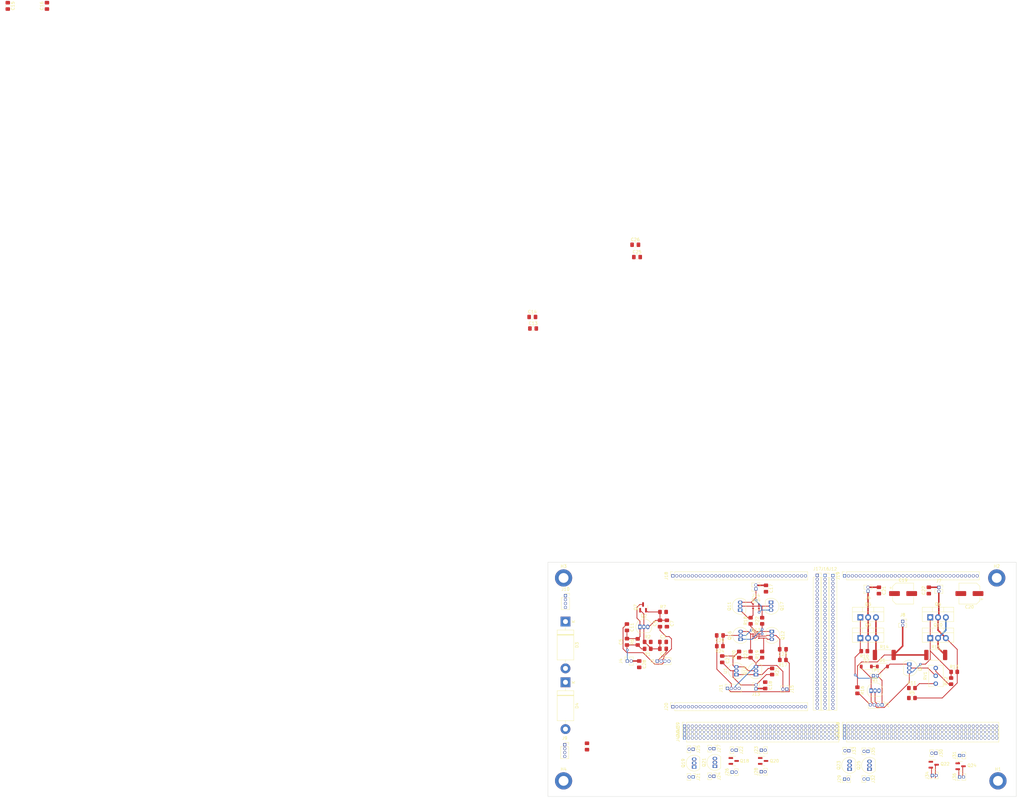
<source format=kicad_pcb>
(kicad_pcb (version 20221018) (generator pcbnew)
  (layers (0 "F.Cu" signal) (31 "B.Cu" signal) (34 "B.Paste" user) (35 "F.Paste" user) (36 "B.SilkS" user "B.Silkscreen") (37 "F.SilkS" user "F.Silkscreen") (38 "B.Mask" user) (39 "F.Mask" user) (44 "Edge.Cuts" user))
  (net 0 "")
  (net 1 "Net-(J1-Pin_1)")
  (net 2 "Net-(Q2-B)")
  (net 3 "GND")
  (net 4 "Net-(Q10-D)")
  (net 5 "Net-(J6-Pin_1)")
  (net 6 "Net-(Q2-C)")
  (net 7 "Net-(J1-Pin_2)")
  (net 8 "Net-(J1-Pin_3)")
  (net 9 "+12V")
  (net 10 "-12V")
  (net 11 "Net-(J4-Pin_1)")
  (net 12 "Net-(J11-Pin_1)")
  (net 13 "Net-(Q12-B)")
  (net 14 "Net-(J13-Pin_2)")
  (net 15 "Net-(Q15-B)")
  (net 16 "Net-(Q13A-B1)")
  (net 17 "Net-(D1-K)")
  (net 18 "Net-(D1-A)")
  (net 19 "Net-(D2-K)")
  (net 20 "Net-(J7-Pin_2)")
  (net 22 "Net-(J11-Pin_3)")
  (net 24 "Net-(J3-Pin_4)")
  (net 26 "Net-(J14-Pin_1)")
  (net 28 "Net-(J8-Pin_2)")
  (net 29 "Net-(J18-Pin_1)")
  (net 30 "Net-(J20-Pin_1)")
  (net 31 "Net-(J21-Pin_1)")
  (net 32 "Net-(J11-Pin_2)")
  (net 33 "Net-(J22-Pin_1)")
  (net 34 "Net-(J24-Pin_1)")
  (net 35 "Net-(J25-Pin_1)")
  (net 36 "Net-(J25-Pin_2)")
  (net 37 "Net-(J26-Pin_2)")
  (net 38 "Net-(J19-Pin_1)")
  (net 39 "Net-(J27-Pin_2)")
  (net 40 "Net-(J23-Pin_1)")
  (net 41 "Net-(J28-Pin_2)")
  (net 42 "Net-(J26-Pin_1)")
  (net 43 "Net-(J27-Pin_1)")
  (net 44 "Net-(J28-Pin_1)")
  (net 45 "Net-(J29-Pin_1)")
  (net 46 "Net-(J30-Pin_1)")
  (net 47 "Net-(J31-Pin_1)")
  (net 48 "Net-(J32-Pin_1)")
  (net 49 "Net-(J33-Pin_1)")
  (net 50 "Net-(J33-Pin_2)")
  (net 51 "Net-(J34-Pin_1)")
  (net 52 "Net-(J34-Pin_2)")
  (net 53 "Net-(J35-Pin_1)")
  (net 54 "Net-(J35-Pin_2)")
  (net 55 "Net-(J36-Pin_1)")
  (net 56 "Net-(J36-Pin_2)")
  (net 57 "Net-(Q4-B)")
  (net 58 "Net-(Q5-E)")
  (net 59 "Net-(Q11-C)")
  (net 60 "Net-(Q11-B)")
  (net 61 "Net-(Q12-C)")
  (net 62 "Net-(Q13A-E1)")
  (net 63 "Net-(Q13A-C1)")
  (net 64 "Net-(Q15-C)")
  (net 65 "Net-(R11-Pad2)")
  (net 66 "Net-(R12-Pad1)")
  (net 67 "Net-(Q12-E)")
  (net 76 "Net-(Q1-E)")
  (net 77 "Net-(Q2-E)")
  (net 90 "Net-(J3-Pin_2)")
  (footprint "Package_TO_SOT_SMD:SOT-23" (layer "F.Cu") (at 176.3375 103.96)
    (fp_text reference "Q22")
    (fp_text value "2N7002")
  )
  (footprint "Package_TO_SOT_THT:TO-92_Inline" (layer "F.Cu") (at 155.44 105.41 90)
    (fp_text reference "Q25")
    (fp_text value "BC327")
  )
  (footprint "Package_TO_SOT_THT:TO-220-3_Vertical" (layer "F.Cu") (at 152.46 62.75)
    (fp_text reference "Q9")
    (fp_text value "BUZ11")
  )
  (footprint "Capacitor_SMD:C_0805_2012Metric_Pad1.18x1.45mm_HandSolder" (layer "F.Cu") (at 158.5 47.25 -90)
    (fp_text reference "C21")
    (fp_text value "C")
  )
  (footprint "Connector_PinHeader_1.27mm:PinHeader_1x02_P1.27mm_Vertical" (layer "F.Cu") (at 110.735 106.365 90)
    (fp_text reference "J26")
    (fp_text value "Conn_01x02_Pin")
  )
  (footprint "Resistor_SMD:R_0805_2012Metric_Pad1.20x1.40mm_HandSolder" (layer "F.Cu") (at 120.5 68.125 90)
    (fp_text reference "R19")
    (fp_text value "R")
  )
  (footprint "Connector_PinSocket_1.27mm:PinSocket_1x40_P1.27mm_Vertical" (layer "F.Cu") (at 95.25 95.25 90)
    (fp_text reference "J42")
    (fp_text value "Conn_01x40_Pin")
  )
  (footprint "Package_TO_SOT_THT:TO-92_Inline" (layer "F.Cu") (at 168.39 71.23 -90)
    (fp_text reference "Q4")
    (fp_text value "BC337")
  )
  (footprint "Resistor_SMD:R_0805_2012Metric_Pad1.20x1.40mm_HandSolder" (layer "F.Cu") (at 106.75 65.375 180)
    (fp_text reference "R24")
    (fp_text value "R")
  )
  (footprint "Connector_PinHeader_1.27mm:PinHeader_1x02_P1.27mm_Vertical" (layer "F.Cu") (at 154.94 99.62 -90)
    (fp_text reference "J35")
    (fp_text value "Conn_01x02_Pin")
  )
  (footprint "Connector_PinHeader_1.27mm:PinHeader_1x02_P1.27mm_Vertical" (layer "F.Cu") (at 128.52 79.375 -90)
    (fp_text reference "J15")
    (fp_text value "Conn_01x02_Pin")
  )
  (footprint "Connector_PinSocket_1.27mm:PinSocket_1x40_P1.27mm_Vertical" (layer "F.Cu") (at 147.32 95.25 90)
    (fp_text reference "J2")
    (fp_text value "Conn_01x40_Pin")
  )
  (footprint "Capacitor_SMD:C_0805_2012Metric_Pad1.18x1.45mm_HandSolder" (layer "F.Cu") (at 88.25 64)
    (fp_text reference "C3")
    (fp_text value "C")
  )
  (footprint "Resistor_SMD:R_0805_2012Metric_Pad1.20x1.40mm_HandSolder" (layer "F.Cu") (at 169.25 82.25)
    (fp_text reference "R5")
    (fp_text value "R")
  )
  (footprint "Resistor_SMD:R_0805_2012Metric_Pad1.20x1.40mm_HandSolder" (layer "F.Cu") (at 120.5 57.125 90)
    (fp_text reference "R22")
    (fp_text value "R")
  )
  (footprint "MountingHole:MountingHole_3.2mm_M3_DIN965_Pad_TopBottom" (layer "F.Cu") (at 55.88 109.22)
    (fp_text reference "H4")
    (fp_text value "MountingHole_Pad")
  )
  (footprint "Connector_PinHeader_1.27mm:PinHeader_1x02_P1.27mm_Vertical" (layer "F.Cu") (at 175.875 107.46 90)
    (fp_text reference "J34")
    (fp_text value "Conn_01x02_Pin")
  )
  (footprint "Connector_PinSocket_1.27mm:PinSocket_1x40_P1.27mm_Vertical" (layer "F.Cu") (at 147.32 91.44 90)
    (fp_text reference "J38")
    (fp_text value "Conn_01x40_Pin")
  )
  (footprint "Capacitor_SMD:C_0805_2012Metric_Pad1.18x1.45mm_HandSolder" (layer "F.Cu") (at 107.5 69.625 90)
    (fp_text reference "C27")
    (fp_text value "C")
  )
  (footprint "Capacitor_SMD:C_0805_2012Metric_Pad1.18x1.45mm_HandSolder" (layer "F.Cu") (at 79.2125 -65.25)
    (fp_text reference "C26")
    (fp_text value "C")
  )
  (footprint "Connector_PinSocket_1.27mm:PinSocket_1x02_P1.27mm_Vertical" (layer "F.Cu") (at 178 46.25)
    (fp_text reference "J7")
    (fp_text value "Conn_01x02_Pin")
  )
  (footprint "Capacitor_SMD:C_0805_2012Metric_Pad1.18x1.45mm_HandSolder" (layer "F.Cu") (at -125 -143 -90)
    (fp_text reference "C15")
    (fp_text value "C")
  )
  (footprint "Connector_PinHeader_1.27mm:PinHeader_1x02_P1.27mm_Vertical" (layer "F.Cu") (at 98.03 107.935 -90)
    (fp_text reference "J21")
    (fp_text value "Conn_01x02_Pin")
  )
  (footprint "Package_TO_SOT_SMD:SOT-363_SC-70-6" (layer "F.Cu") (at 118.5 52.375)
    (fp_text reference "Q14")
    (fp_text value "BC856BS")
  )
  (footprint "Connector_PinHeader_1.27mm:PinHeader_1x02_P1.27mm_Vertical" (layer "F.Cu") (at 147.32 108.66 90)
    (fp_text reference "J29")
    (fp_text value "Conn_01x02_Pin")
  )
  (footprint "Capacitor_SMD:C_0805_2012Metric_Pad1.18x1.45mm_HandSolder" (layer "F.Cu") (at 87.25 58 90)
    (fp_text reference "C9")
    (fp_text value "C")
  )
  (footprint "Diode_SMD:D_SOD-123" (layer "F.Cu") (at 154.4 72)
    (fp_text reference "D2")
    (fp_text value "1N4148W")
  )
  (footprint "Resistor_SMD:R_0805_2012Metric_Pad1.20x1.40mm_HandSolder" (layer "F.Cu") (at 83.25 64)
    (fp_text reference "R2")
    (fp_text value "R")
  )
  (footprint "Capacitor_SMD:C_0805_2012Metric_Pad1.18x1.45mm_HandSolder" (layer "F.Cu") (at 63.5 98.0225 -90)
    (fp_text reference "C24" hide)
    (fp_text value "C")
  )
  (footprint "Connector_PinSocket_1.27mm:PinSocket_1x35_P1.27mm_Vertical" (layer "F.Cu") (at 143.51 42.4)
    (fp_text reference "J12")
    (fp_text value "Conn_01x35_Pin")
  )
  (footprint "Resistor_SMD:R_0805_2012Metric_Pad1.20x1.40mm_HandSolder" (layer "F.Cu") (at 123.75 73.625 -90)
    (fp_text reference "R21")
    (fp_text value "100")
  )
  (footprint "Resistor_SMD:R_0805_2012Metric_Pad1.20x1.40mm_HandSolder" (layer "F.Cu") (at 183 73.75)
    (fp_text reference "R13")
    (fp_text value "R")
  )
  (footprint "Capacitor_SMD:C_0805_2012Metric_Pad1.18x1.45mm_HandSolder" (layer "F.Cu") (at 45.7125 -41.75)
    (fp_text reference "C14")
    (fp_text value "C")
  )
  (footprint "Connector_PinSocket_1.27mm:PinSocket_1x02_P1.27mm_Vertical" (layer "F.Cu") (at 118.475 46.75 180)
    (fp_text reference "J14")
    (fp_text value "Conn_01x02_Pin")
  )
  (footprint "Connector_PinSocket_1.27mm:PinSocket_1x40_P1.27mm_Vertical" (layer "F.Cu") (at 147.32 93.98 90)
    (fp_text reference "J5")
    (fp_text value "Conn_01x40_Pin")
  )
  (footprint "Connector_PinHeader_1.27mm:PinHeader_1x02_P1.27mm_Vertical" (layer "F.Cu") (at 154.94 108.62 -90)
    (fp_text reference "J32")
    (fp_text value "Conn_01x02_Pin")
  )
  (footprint "Resistor_SMD:R_2512_6332Metric_Pad1.40x3.35mm_HandSolder" (layer "F.Cu") (at 160.25 68.25)
    (fp_text reference "R14")
    (fp_text value "R")
  )
  (footprint "Capacitor_SMD:C_0805_2012Metric_Pad1.18x1.45mm_HandSolder" (layer "F.Cu") (at 88.25 66.25 180)
    (fp_text reference "C1")
    (fp_text value "C")
  )
  (footprint "Connector_PinHeader_1.27mm:PinHeader_1x02_P1.27mm_Vertical" (layer "F.Cu") (at 184.775 100.96 90)
    (fp_text reference "J31")
    (fp_text value "Conn_01x02_Pin")
  )
  (footprint "Connector_PinSocket_1.27mm:PinSocket_1x35_P1.27mm_Vertical" (layer "F.Cu") (at 138.43 42.33)
    (fp_text reference "J17")
    (fp_text value "Conn_01x35_Pin")
  )
  (footprint "Connector_PinHeader_1.27mm:PinHeader_1x02_P1.27mm_Vertical" (layer "F.Cu") (at 104.78 107.725 -90)
    (fp_text reference "J24")
    (fp_text value "Conn_01x02_Pin")
  )
  (footprint "Potentiometer_THT:Potentiometer_Bourns_3266Y_Vertical" (layer "F.Cu") (at 177 72.5 90)
    (fp_text reference "RV1")
    (fp_text value "R_Potentiometer_Trim")
  )
  (footprint "Capacitor_SMD:C_0805_2012Metric_Pad1.18x1.45mm_HandSolder" (layer "F.Cu") (at 121.75 46.625 -90)
    (fp_text reference "C17")
    (fp_text value "C")
  )
  (footprint "Connector_PinSocket_1.27mm:PinSocket_1x40_P1.27mm_Vertical" (layer "F.Cu") (at 95.25 92.71 90)
    (fp_text reference "J41")
    (fp_text value "Conn_01x40_Pin")
  )
  (footprint "Connector_PinSocket_1.27mm:PinSocket_1x35_P1.27mm_Vertical" (layer "F.Cu") (at 140.97 42.36)
    (fp_text reference "J16")
    (fp_text value "Conn_01x35_Pin")
  )
  (footprint "Connector_PinHeader_1.27mm:PinHeader_1x02_P1.27mm_Vertical" (layer "F.Cu") (at 98.03 98.935 -90)
    (fp_text reference "J25")
    (fp_text value "Conn_01x02_Pin")
  )
  (footprint "Package_TO_SOT_THT:TO-92_Inline" (layer "F.Cu") (at 98.38 104.705 90)
    (fp_text reference "Q19")
    (fp_text value "BC547")
  )
  (footprint "Connector_PinSocket_1.27mm:PinSocket_1x04_P1.27mm_Vertical" (layer "F.Cu") (at 56.25 97.46)
    (fp_text reference "J9")
    (fp_text value "Conn_01x04_Pin")
  )
  (footprint "Capacitor_SMD:C_0805_2012Metric_Pad1.18x1.45mm_HandSolder" (layer "F.Cu") (at 106.75 61.875 180)
    (fp_text reference "C29")
    (fp_text value "C")
  )
  (footprint "Capacitor_SMD:C_0805_2012Metric_Pad1.18x1.45mm_HandSolder" (layer "F.Cu") (at -112.25 -143 90)
    (fp_text reference "C16")
    (fp_text value "C")
  )
  (footprint "Capacitor_SMD:C_0805_2012Metric_Pad1.18x1.45mm_HandSolder" (layer "F.Cu") (at 80.5 71.25 -90)
    (fp_text reference "C28")
    (fp_text value "C")
  )
  (footprint "Resistor_SMD:R_0805_2012Metric_Pad1.20x1.40mm_HandSolder" (layer "F.Cu") (at 151.5 79.75 -90)
    (fp_text reference "R16")
    (fp_text value "R")
  )
  (footprint "Resistor_SMD:R_0805_2012Metric_Pad1.20x1.40mm_HandSolder" (layer "F.Cu") (at 182 76.75 90)
    (fp_text reference "R12")
    (fp_text value "R")
  )
  (footprint "Package_TO_SOT_THT:TO-92_Inline" (layer "F.Cu") (at 118.5 74.645 90)
    (fp_text reference "Q15")
    (fp_text value "BC327")
  )
  (footprint "MountingHole:MountingHole_3.2mm_M3_DIN965_Pad_TopBottom" (layer "F.Cu") (at 55.88 43.18)
    (fp_text reference "H3")
    (fp_text value "MountingHole_Pad")
  )
  (footprint "Connector_PinHeader_1.27mm:PinHeader_1x02_P1.27mm_Vertical" (layer "F.Cu") (at 120.235 106.235 90)
    (fp_text reference "J28")
    (fp_text value "Conn_01x02_Pin")
  )
  (footprint "Package_TO_SOT_THT:TO-92_Inline" (layer "F.Cu") (at 113.5 63.145 90)
    (fp_text reference "Q16")
    (fp_text value "BC547")
  )
  (footprint "Capacitor_SMD:C_0805_2012Metric_Pad1.18x1.45mm_HandSolder" (layer "F.Cu") (at 45.9625 -38)
    (fp_text reference "C13")
    (fp_text value "C")
  )
  (footprint "Package_TO_SOT_THT:TO-92_Inline" (layer "F.Cu") (at 123.64 60.605 -90)
    (fp_text reference "Q12")
    (fp_text value "BC547")
  )
  (footprint "MountingHole:MountingHole_3.2mm_M3_DIN965_Pad_TopBottom" (layer "F.Cu") (at 197.25 109.22)
    (fp_text reference "H1")
    (fp_text value "MountingHole_Pad")
  )
  (footprint "Connector_PinSocket_1.27mm:PinSocket_1x02_P1.27mm_Vertical" (layer "F.Cu") (at 154.96 47.465 180)
    (fp_text reference "J6")
    (fp_text value "Conn_01x02_Pin")
  )
  (footprint "Resistor_SMD:R_0805_2012Metric_Pad1.20x1.40mm_HandSolder" (layer "F.Cu") (at 169.25 79)
    (fp_text reference "R11")
    (fp_text value "R")
  )
  (footprint "Connector_PinHeader_1.27mm:PinHeader_1x02_P1.27mm_Vertical" (layer "F.Cu") (at 177.025 100.21 -90)
    (fp_text reference "J30")
    (fp_text value "Conn_01x02_Pin")
  )
  (footprint "Resistor_SMD:R_0805_2012Metric_Pad1.20x1.40mm_HandSolder" (layer "F.Cu") (at 153.75 67 180)
    (fp_text reference "R10")
    (fp_text value "R")
  )
  (footprint "Package_TO_SOT_THT:TO-220-3_Vertical" (layer "F.Cu") (at 175.21 56)
    (fp_text reference "Q6")
    (fp_text value "TIP42")
  )
  (footprint "Connector_PinHeader_1.27mm:PinHeader_1x04_P1.27mm_Vertical" (layer "F.Cu") (at 86.35 70.25 90)
    (fp_text reference "J1")
    (fp_text value "Conn_01x04_Pin")
  )
  (footprint "Capacitor_SMD:C_0805_2012Metric_Pad1.18x1.45mm_HandSolder" (layer "F.Cu") (at 121.5 78.125 -90)
    (fp_text reference "C18")
    (fp_text value "C")
  )
  (footprint "Package_TO_SOT_THT:TO-92_Inline" (layer "F.Cu") (at 105.13 104.475 90)
    (fp_text reference "Q21")
    (fp_text value "BC327")
  )
  (footprint "Package_TO_SOT_THT:TO-92_Inline" (layer "F.Cu") (at 148.97 105.41 90)
    (fp_text reference "Q23")
    (fp_text value "BC547")
  )
  (footprint "Capacitor_SMD:CP_Elec_6.3x5.9" (layer "F.Cu") (at 187.96 48.26 180)
    (fp_text reference "C20")
    (fp_text value "C_Polarized")
  )
  (footprint "Connector_PinSocket_1.27mm:PinSocket_1x35_P1.27mm_Vertical" (layer "F.Cu") (at 91.44 42.5 90)
    (fp_text reference "J18")
    (fp_text value "Conn_01x60_Pin")
  )
  (footprint "Package_TO_SOT_THT:TO-220-3_Vertical" (layer "F.Cu") (at 152.46 56)
    (fp_text reference "Q5")
    (fp_text value "TIP41")
  )
  (footprint "Connector_PinSocket_1.27mm:PinSocket_1x40_P1.27mm_Vertical" (layer "F.Cu") (at 95.25 91.44 90)
    (fp_text reference "J39")
    (fp_text value "Conn_01x40_Pin")
  )
  (footprint "Resistor_SMD:R_2512_6332Metric_Pad1.40x3.35mm_HandSolder" (layer "F.Cu") (at 177 68.25)
    (fp_text reference "R15")
    (fp_text value "R")
  )
  (footprint "Package_TO_SOT_THT:TO-92_Inline" (layer "F.Cu") (at 123.39 51.105 -90)
    (fp_text reference "Q17")
    (fp_text value "BC327")
  )
  (footprint "Connector_PinHeader_1.27mm:PinHeader_2x01_P1.27mm_Vertical" (layer "F.Cu") (at 156.73 75)
    (fp_text reference "TP1")
    (fp_text value "TestPoint_2Pole")
  )
  (footprint "MountingHole:MountingHole_3.2mm_M3_DIN965_Pad_TopBottom" (layer "F.Cu") (at 196.85 43.18)
    (fp_text reference "H2")
    (fp_text value "MountingHole_Pad")
  )
  (footprint "Package_TO_SOT_THT:TO-92_Inline" (layer "F.Cu") (at 112.11 74.645 90)
    (fp_text reference "U1")
    (fp_text value "TL431LP")
  )
  (footprint "Diode_SMD:D_SOD-123" (layer "F.Cu") (at 159.65 72)
    (fp_text reference "D1")
    (fp_text value "1N4148W")
  )
  (footprint "Connector_PinHeader_1.27mm:PinHeader_1x02_P1.27mm_Vertical" (layer "F.Cu") (at 184.775 107.96 90)
    (fp_text reference "J36")
    (fp_text value "Conn_01x02_Pin")
  )
  (footprint "Connector_PinSocket_1.27mm:PinSocket_1x02_P1.27mm_Vertical" (layer "F.Cu") (at 76.625 70.225 90)
    (fp_text reference "J4")
    (fp_text value "Conn_01x02_Pin")
  )
  (footprint "Connector_PinSocket_1.27mm:PinSocket_1x35_P1.27mm_Vertical" (layer "F.Cu") (at 147.32 42.5 90)
    (fp_text reference "J19")
    (fp_text value "Conn_01x35_Pin")
  )
  (footprint "Resistor_SMD:R_0805_2012Metric_Pad1.20x1.40mm_HandSolder" (layer "F.Cu") (at 80 64 90)
    (fp_text reference "R6")
    (fp_text value "R")
  )
  (footprint "Connector_PinSocket_1.27mm:PinSocket_1x40_P1.27mm_Vertical" (layer "F.Cu") (at 147.32 92.71 90)
    (fp_text reference "J37")
    (fp_text value "Conn_01x40_Pin")
  )
  (footprint "Package_TO_SOT_SMD:SOT-23" (layer "F.Cu") (at 81.75 52.75 90)
    (fp_text reference "Q7")
    (fp_text value "2N7002")
  )
  (footprint "Diode_THT:D_DO-201AD_P15.24mm_Horizontal" (layer "F.Cu") (at 56.5 57.38 -90)
    (fp_text reference "D3")
    (fp_text value "1N5405")
  )
  (footprint "Capacitor_SMD:C_0805_2012Metric_Pad1.18x1.45mm_HandSolder" (layer "F.Cu") (at 89.5 58 -90)
    (fp_text reference "C7")
    (fp_text value "C")
  )
  (footprint "Capacitor_SMD:C_0805_2012Metric_Pad1.18x1.45mm_HandSolder" (layer "F.Cu") (at 127.25 66.375 180)
    (fp_text reference "C23")
    (fp_text value "C")
  )
  (footprint "Diode_THT:D_DO-201AD_P15.24mm_Horizontal" (layer "F.Cu") (at 56.5 77.13 -90)
    (fp_text reference "D4")
    (fp_text value "1N5405")
  )
  (footprint "Connector_PinHeader_1.27mm:PinHeader_1x02_P1.27mm_Vertical" (layer "F.Cu") (at 148.72 99.41 -90)
    (fp_text reference "J33")
    (fp_text value "Conn_01x02_Pin")
  )
  (footprint "Package_TO_SOT_THT:TO-220-3_Vertical" (layer "F.Cu") (at 175.21 62.75)
    (fp_text reference "Q10")
    (fp_text value "IRF9540N")
  )
  (footprint "Package_TO_SOT_SMD:SOT-363_SC-70-6" (layer "F.Cu") (at 118.5 62.125)
    (fp_text reference "Q13")
    (fp_text value "BC846BS")
  )
  (footprint "Connector_PinHeader_1.27mm:PinHeader_1x04_P1.27mm_Vertical" (layer "F.Cu") (at 159.52 84.5 -90)
    (fp_text reference "J3")
    (fp_text value "Conn_01x04_Pin")
  )
  (footprint "Resistor_SMD:R_0805_2012Metric_Pad1.20x1.40mm_HandSolder" (layer "F.Cu") (at 88.25 54.25)
    (fp_text reference "R7")
    (fp_text value "R")
  )
  (footprint "Package_TO_SOT_SMD:SOT-23" (layer "F.Cu") (at 185.0875 104.46)
    (fp_text reference "Q24")
    (fp_text value "BC847")
  )
  (footprint "Package_TO_SOT_THT:TO-92_Inline" (layer "F.Cu") (at 113.36 53.645 90)
    (fp_text reference "Q11")
    (fp_text value "BC327")
  )
  (footprint "Resistor_SMD:R_0805_2012Metric_Pad1.20x1.40mm_HandSolder" (layer "F.Cu") (at 116.75 68.125 90)
    (fp_text reference "R23")
    (fp_text value "R")
  )
  (footprint "Connector_PinSocket_1.27mm:PinSocket_1x35_P1.27mm_Vertical" (layer "F.Cu") (at 91.44 85.09 90)
    (fp_text reference "J20")
    (fp_text value "Conn_01x35_Pin")
  )
  (footprint "Capacitor_SMD:C_0805_2012Metric_Pad1.18x1.45mm_HandSolder" (layer "F.Cu") (at 76.5 63.9625 -90)
    (fp_text reference "C5")
    (fp_text value "C")
  )
  (footprint "Resistor_SMD:R_0805_2012Metric_Pad1.20x1.40mm_HandSolder" (layer "F.Cu") (at 83.25 66.25)
    (fp_text reference "R1")
    (fp_text value "R")
  )
  (footprint "Package_TO_SOT_SMD:SOT-23" (layer "F.Cu") (at 120.8175 102.735)
    (fp_text reference "Q20")
    (fp_text value "BC847")
  )
  (footprint "Capacitor_SMD:C_0805_2012Metric_Pad1.18x1.45mm_HandSolder" (layer "F.Cu") (at 174.75 47.25 90)
    (fp_text reference "C22")
    (fp_text value "C")
  )
  (footprint "Connector_PinHeader_1.27mm:PinHeader_1x02_P1.27mm_Vertical" (layer "F.Cu") (at 112.025 99.235 -90)
    (fp_text reference "J22")
    (fp_text value "Conn_01x02_Pin")
  )
  (footprint "Connector_PinSocket_1.27mm:PinSocket_1x40_P1.27mm_Vertical" (layer "F.Cu") (at 95.25 93.98 90)
    (fp_text reference "J40")
    (fp_text value "Conn_01x40_Pin")
  )
  (footprint "Capacitor_SMD:C_0805_2012Metric_Pad1.18x1.45mm_HandSolder" (layer "F.Cu") (at 79.7875 -61.25)
    (fp_text reference "C25")
    (fp_text value "C")
  )
  (footprint "Package_TO_SOT_SMD:SOT-23" (layer "F.Cu") (at 111.255 102.735)
    (fp_text reference "Q18")
    (fp_text value "2N7002")
  )
  (footprint "Connector_PinHeader_1.27mm:PinHeader_1x02_P1.27mm_Vertical" (layer "F.Cu") (at 118.5 79.275 180)
    (fp_text reference "J13")
    (fp_text value "Conn_01x02_Pin")
  )
  (footprint "Resistor_SMD:R_0805_2012Metric_Pad1.20x1.40mm_HandSolder" (layer "F.Cu") (at 113 68.125 90)
    (fp_text reference "R20")
    (fp_text value "1,5k")
  )
  (footprint "Package_TO_SOT_THT:TO-92_Inline" (layer "F.Cu") (at 80.73 59.11)
    (fp_text reference "Q2")
    (fp_text value "BC547")
  )
  (footprint "Connector_PinSocket_1.27mm:PinSocket_1x02_P1.27mm_Vertical" (layer "F.Cu") (at 166.235 57.32)
    (fp_text reference "J8")
    (fp_text value "Conn_01x02_Pin")
  )
  (footprint "Connector_PinSocket_1.27mm:PinSocket_1x04_P1.27mm_Vertical" (layer "F.Cu") (at 56.5 48.96)
    (fp_text reference "J10")
    (fp_text value "Conn_01x04_Pin")
  )
  (footprint "Package_TO_SOT_THT:TO-92_Inline" (layer "F.Cu") (at 155.98 79.86)
    (fp_text reference "Q1")
    (fp_text value "BC337")
  )
  (footprint "Connector_PinHeader_1.27mm:PinHeader_1x02_P1.27mm_Vertical" (layer "F.Cu") (at 120.255 99.235 90)
    (fp_text reference "J23")
    (fp_text value "Conn_01x02_Pin")
  )
  (footprint "Resistor_SMD:R_0805_2012Metric_Pad1.20x1.40mm_HandSolder" (layer "F.Cu") (at 116.75 57.125 90)
    (fp_text reference "R18")
    (fp_text value "R")
  )
  (footprint "Connector_PinHeader_1.27mm:PinHeader_1x02_P1.27mm_Vertical" (layer "F.Cu") (at 104.78 98.725 -90)
    (fp_text reference "J27")
    (fp_text value "Conn_01x02_Pin")
  )
  (footprint "Capacitor_SMD:C_0805_2012Metric_Pad1.18x1.45mm_HandSolder" (layer "F.Cu") (at 76.5 59.2125 -90)
    (fp_text reference "C11")
    (fp_text value "C")
  )
  (footprint "Resistor_SMD:R_0805_2012Metric_Pad1.20x1.40mm_HandSolder" (layer "F.Cu") (at 127.25 69.875 180)
    (fp_text reference "R17")
    (fp_text value "R")
  )
  (footprint "Connector_PinSocket_1.27mm:PinSocket_1x04_P1.27mm_Vertical" (layer "F.Cu") (at 109.21 79.125 90)
    (fp_text reference "J11")
    (fp_text value "Conn_01x04_Pin")
  )
  (footprint "Capacitor_SMD:CP_Elec_6.3x5.9" (layer "F.Cu") (at 166.37 48.26)
    (fp_text reference "C19")
    (fp_text value "C_Polarized")
  )
  (gr_line (start 50.8 38.1) (end 203.2 38.1) (stroke (width 0.1)) (layer "Edge.Cuts"))
  (gr_line (start 203.2 38.1) (end 203.2 114.3) (stroke (width 0.1)) (layer "Edge.Cuts"))
  (gr_line (start 203.2 114.3) (end 50.8 114.3) (stroke (width 0.1)) (layer "Edge.Cuts"))
  (gr_line (start 50.8 114.3) (end 50.8 38.1) (stroke (width 0.1)) (layer "Edge.Cuts"))
  (segment (start 89.2875 67.326104) (end 87.863604 68.75) (width 0.25) (layer "F.Cu") (net 1))
  (segment (start 89.2875 66.25) (end 89.2875 67.326104) (width 0.25) (layer "F.Cu") (net 1))
  (segment (start 87.85 68.75) (end 86.35 70.25) (width 0.25) (layer "F.Cu") (net 1))
  (segment (start 87.863604 68.75) (end 87.85 68.75) (width 0.25) (layer "F.Cu") (net 1))
  (segment (start 80.8 53.6875) (end 82 54.8875) (width 0.25) (layer "F.Cu") (net 2))
  (segment (start 84.25 66.25) (end 84.25 66) (width 0.25) (layer "F.Cu") (net 2))
  (segment (start 84.25 66) (end 82.25 64) (width 0.25) (layer "F.Cu") (net 2))
  (segment (start 82 54.8875) (end 82 59.11) (width 0.25) (layer "F.Cu") (net 2))
  (segment (start 82 63.75) (end 82 59.11) (width 0.25) (layer "F.Cu") (net 2))
  (segment (start 87.2125 66.25) (end 87.2125 64) (width 0.25) (layer "F.Cu") (net 2))
  (segment (start 82.25 64) (end 82 63.75) (width 0.25) (layer "F.Cu") (net 2))
  (segment (start 84.25 66.25) (end 87.2125 66.25) (width 0.25) (layer "F.Cu") (net 2))
  (segment (start 177.75 65.95) (end 177.75 62.75) (width 0.5) (layer "F.Cu") (net 4))
  (segment (start 180.05 68.25) (end 177.75 65.95) (width 0.5) (layer "F.Cu") (net 4))
  (segment (start 180.29 60.21) (end 177.75 62.75) (width 0.5) (layer "B.Cu") (net 4))
  (segment (start 180.29 56) (end 180.29 60.21) (width 0.5) (layer "B.Cu") (net 4))
  (segment (start 154.96 55.96) (end 155 56) (width 0.5) (layer "F.Cu") (net 5))
  (segment (start 154.75 67) (end 155 66.75) (width 0.25) (layer "F.Cu") (net 5))
  (segment (start 154.96 47.465) (end 154.96 55.96) (width 0.5) (layer "F.Cu") (net 5))
  (segment (start 155 66.75) (end 155 62.75) (width 0.25) (layer "F.Cu") (net 5))
  (segment (start 155 56) (end 155 62.75) (width 0.5) (layer "F.Cu") (net 5))
  (segment (start 80 63) (end 80.75 62.25) (width 0.25) (layer "F.Cu") (net 6))
  (segment (start 79.75 56.25) (end 80.73 57.23) (width 0.25) (layer "F.Cu") (net 6))
  (segment (start 80.75 62.25) (end 80.73 62.23) (width 0.25) (layer "F.Cu") (net 6))
  (segment (start 80.6875 51.8125) (end 79.75 52.75) (width 0.25) (layer "F.Cu") (net 6))
  (segment (start 79.925 62.925) (end 80 63) (width 0.25) (layer "F.Cu") (net 6))
  (segment (start 76.5 60.25) (end 76.5 62.925) (width 0.25) (layer "F.Cu") (net 6))
  (segment (start 76.5 62.925) (end 79.925 62.925) (width 0.25) (layer "F.Cu") (net 6))
  (segment (start 81.75 51.8125) (end 80.6875 51.8125) (width 0.25) (layer "F.Cu") (net 6))
  (segment (start 79.75 52.75) (end 79.75 56.25) (width 0.25) (layer "F.Cu") (net 6))
  (segment (start 80.73 62.23) (end 80.73 59.11) (width 0.25) (layer "F.Cu") (net 6))
  (segment (start 80.73 57.23) (end 80.73 59.11) (width 0.25) (layer "F.Cu") (net 6))
  (segment (start 91 66.25) (end 88.5 68.75) (width 0.25) (layer "F.Cu") (net 7))
  (segment (start 90.25 62.25) (end 91 63) (width 0.25) (layer "F.Cu") (net 7))
  (segment (start 88.5 68.75) (end 88.5 69.37) (width 0.25) (layer "F.Cu") (net 7))
  (segment (start 87.25 60.25) (end 89.25 62.25) (width 0.25) (layer "F.Cu") (net 7))
  (segment (start 91 63) (end 91 66.25) (width 0.25) (layer "F.Cu") (net 7))
  (segment (start 89.25 62.25) (end 90.25 62.25) (width 0.25) (layer "F.Cu") (net 7))
  (segment (start 87.25 59.0375) (end 87.25 60.25) (width 0.25) (layer "F.Cu") (net 7))
  (segment (start 88.5 69.37) (end 87.62 70.25) (width 0.25) (layer "F.Cu") (net 7))
  (segment (start 76.5 67.5) (end 81.75 67.5) (width 0.25) (layer "F.Cu") (net 8))
  (segment (start 85.5 71.25) (end 87.89 71.25) (width 0.25) (layer "F.Cu") (net 8))
  (segment (start 75.25 59.425) (end 75.25 66.25) (width 0.25) (layer "F.Cu") (net 8))
  (segment (start 87.89 71.25) (end 88.89 70.25) (width 0.25) (layer "F.Cu") (net 8))
  (segment (start 76.5 58.175) (end 75.25 59.425) (width 0.25) (layer "F.Cu") (net 8))
  (segment (start 75.25 66.25) (end 76.5 67.5) (width 0.25) (layer "F.Cu") (net 8))
  (segment (start 81.75 67.5) (end 85.5 71.25) (width 0.25) (layer "F.Cu") (net 8))
  (segment (start 77.9075 70.2125) (end 77.895 70.225) (width 0.5) (layer "F.Cu") (net 9))
  (segment (start 118.5825 45.5875) (end 118.475 45.48) (width 0.5) (layer "F.Cu") (net 9))
  (segment (start 121.75 45.5875) (end 118.5825 45.5875) (width 0.5) (layer "F.Cu") (net 9))
  (segment (start 154.9775 46.2125) (end 154.96 46.195) (width 0.5) (layer "F.Cu") (net 9))
  (segment (start 158.5 46.2125) (end 154.9775 46.2125) (width 0.5) (layer "F.Cu") (net 9))
  (segment (start 80.5 70.2125) (end 77.9075 70.2125) (width 0.5) (layer "F.Cu") (net 9))
  (segment (start 174.75 46.2125) (end 177.9625 46.2125) (width 0.5) (layer "F.Cu") (net 10))
  (segment (start 177.9625 46.2125) (end 178 46.25) (width 0.5) (layer "F.Cu") (net 10))
  (segment (start 121.5 79.1625) (end 118.6125 79.1625) (width 0.5) (layer "F.Cu") (net 10))
  (segment (start 118.6125 79.1625) (end 118.5 79.275) (width 0.5) (layer "F.Cu") (net 10))
  (segment (start 80 65) (end 81.25 66.25) (width 0.25) (layer "F.Cu") (net 11))
  (segment (start 81.25 66.25) (end 82.25 66.25) (width 0.25) (layer "F.Cu") (net 11))
  (segment (start 76.5 65) (end 80 65) (width 0.25) (layer "F.Cu") (net 11))
  (segment (start 76.524598 66.5) (end 76.637299 66.612701) (width 0.25) (layer "F.Cu") (net 11))
  (segment (start 76.5 65) (end 76.5 66.5) (width 0.25) (layer "F.Cu") (net 11))
  (segment (start 76.5 66.5) (end 76.524598 66.5) (width 0.25) (layer "F.Cu") (net 11))
  (via (at 76.637299 66.612701) (size 0.8) (drill 0.4) (layers "F.Cu" "B.Cu") (net 11))
  (segment (start 76.637299 66.612701) (end 76.625 66.625) (width 0.25) (layer "B.Cu") (net 11))
  (segment (start 76.625 66.625) (end 76.625 70.225) (width 0.25) (layer "B.Cu") (net 11))
  (segment (start 129.345 80.105) (end 129.25 80.2) (width 0.25) (layer "F.Cu") (net 12))
  (segment (start 129.345 80.2) (end 129.25 80.2) (width 0.25) (layer "F.Cu") (net 12))
  (segment (start 129.25 80.2) (end 110.285 80.2) (width 0.25) (layer "F.Cu") (net 12))
  (segment (start 110.285 80.2) (end 109.21 79.125) (width 0.25) (layer "F.Cu") (net 12))
  (segment (start 129.345 70.97) (end 129.345 80.105) (width 0.25) (layer "F.Cu") (net 12))
  (segment (start 128.25 66.4125) (end 128.2875 66.375) (width 0.25) (layer "F.Cu") (net 12))
  (segment (start 128.25 69.875) (end 128.25 66.4125) (width 0.25) (layer "F.Cu") (net 12))
  (segment (start 128.25 69.875) (end 129.345 70.97) (width 0.25) (layer "F.Cu") (net 12))
  (segment (start 122 61.875) (end 123.64 61.875) (width 0.25) (layer "F.Cu") (net 13))
  (segment (start 126.25 69.875) (end 126.25 66.4125) (width 0.25) (layer "F.Cu") (net 13))
  (segment (start 121.75 62.125) (end 122 61.875) (width 0.25) (layer "F.Cu") (net 13))
  (segment (start 126.2125 66.375) (end 126.25 66.3375) (width 0.25) (layer "F.Cu") (net 13))
  (segment (start 123.39 62.125) (end 123.64 61.875) (width 0.25) (layer "F.Cu") (net 13))
  (segment (start 125 61.875) (end 123.64 61.875) (width 0.25) (layer "F.Cu") (net 13))
  (segment (start 126.25 66.3375) (end 126.25 63.125) (width 0.25) (layer "F.Cu") (net 13))
  (segment (start 126.25 63.125) (end 125 61.875) (width 0.25) (layer "F.Cu") (net 13))
  (segment (start 119.45 62.125) (end 121.75 62.125) (width 0.25) (layer "F.Cu") (net 13))
  (segment (start 126.25 66.4125) (end 126.2125 66.375) (width 0.25) (layer "F.Cu") (net 13))
  (segment (start 111.11 73.375) (end 111.035 73.45) (width 0.25) (layer "F.Cu") (net 14))
  (segment (start 123.75 74.625) (end 121.88 74.625) (width 0.25) (layer "F.Cu") (net 14))
  (segment (start 113.545 78.005) (end 118.5 78.005) (width 0.25) (layer "F.Cu") (net 14))
  (segment (start 121.88 74.625) (end 118.5 78.005) (width 0.25) (layer "F.Cu") (net 14))
  (segment (start 111.035 73.45) (end 111.035 75.495) (width 0.25) (layer "F.Cu") (net 14))
  (segment (start 112.11 73.375) (end 111.11 73.375) (width 0.25) (layer "F.Cu") (net 14))
  (segment (start 111.035 75.495) (end 113.545 78.005) (width 0.25) (layer "F.Cu") (net 14))
  (segment (start 110.2125 73.375) (end 112.11 73.375) (width 0.25) (layer "F.Cu") (net 14))
  (segment (start 107.5 70.6625) (end 110.2125 73.375) (width 0.25) (layer "F.Cu") (net 14))
  (segment (start 116 73.375) (end 118.5 73.375) (width 0.25) (layer "F.Cu") (net 15))
  (segment (start 111 69.125) (end 111 71.625) (width 0.25) (layer "F.Cu") (net 15))
  (segment (start 112.11 72.105) (end 114.73 72.105) (width 0.25) (layer "F.Cu") (net 15))
  (segment (start 111.5375 68.5875) (end 113 67.125) (width 0.25) (layer "F.Cu") (net 15))
  (segment (start 107.5 68.5875) (end 111.5375 68.5875) (width 0.25) (layer "F.Cu") (net 15))
  (segment (start 111.48 72.105) (end 112.11 72.105) (width 0.25) (layer "F.Cu") (net 15))
  (segment (start 113 67.125) (end 111 69.125) (width 0.25) (layer "F.Cu") (net 15))
  (segment (start 111 71.625) (end 111.48 72.105) (width 0.25) (layer "F.Cu") (net 15))
  (segment (start 114.73 72.105) (end 116 73.375) (width 0.25) (layer "F.Cu") (net 15))
  (segment (start 107.75 61.9125) (end 107.7875 61.875) (width 0.25) (layer "F.Cu") (net 16))
  (segment (start 118.125 62.125) (end 118.25 62) (width 0.25) (layer "F.Cu") (net 16))
  (segment (start 117.375903 60.137299) (end 116.987701 60.137299) (width 0.25) (layer "F.Cu") (net 16))
  (segment (start 118.25 62) (end 118.25 61.011396) (width 0.25) (layer "F.Cu") (net 16))
  (segment (start 117.55 62.125) (end 118.125 62.125) (width 0.25) (layer "F.Cu") (net 16))
  (segment (start 107.7875 61.875) (end 113.5 61.875) (width 0.25) (layer "F.Cu") (net 16))
  (segment (start 118.25 61.011396) (end 117.375903 60.137299) (width 0.25) (layer "F.Cu") (net 16))
  (segment (start 107.75 65.375) (end 107.75 61.9125) (width 0.25) (layer "F.Cu") (net 16))
  (via (at 116.987701 60.137299) (size 0.8) (drill 0.4) (layers "F.Cu" "B.Cu") (net 16))
  (segment (start 115.25 61.875) (end 116.987701 60.137299) (width 0.25) (layer "B.Cu") (net 16))
  (segment (start 113.5 61.875) (end 115.25 61.875) (width 0.25) (layer "B.Cu") (net 16))
  (segment (start 158 72) (end 156.05 72) (width 0.25) (layer "F.Cu") (net 17))
  (segment (start 150.75 69) (end 150.75 74.7245) (width 0.25) (layer "F.Cu") (net 18))
  (segment (start 150.75 74.7245) (end 150.7755 74.75) (width 0.25) (layer "F.Cu") (net 18))
  (segment (start 159.52 76.52) (end 158 75) (width 0.25) (layer "F.Cu") (net 18))
  (segment (start 161 72) (end 161.3 72) (width 0.25) (layer "F.Cu") (net 18))
  (segment (start 152.75 67) (end 150.75 69) (width 0.25) (layer "F.Cu") (net 18))
  (segment (start 152.46 56) (end 152.46 62.75) (width 0.25) (layer "F.Cu") (net 18))
  (segment (start 161.3 72) (end 162.07 71.23) (width 0.25) (layer "F.Cu") (net 18))
  (segment (start 152.46 66.71) (end 152.75 67) (width 0.25) (layer "F.Cu") (net 18))
  (segment (start 162.07 71.23) (end 168.39 71.23) (width 0.25) (layer "F.Cu") (net 18))
  (segment (start 152.46 62.75) (end 152.46 66.71) (width 0.25) (layer "F.Cu") (net 18))
  (segment (start 159.52 84.5) (end 159.52 76.52) (width 0.25) (layer "F.Cu") (net 18))
  (segment (start 158 75) (end 161 72) (width 0.25) (layer "F.Cu") (net 18))
  (via (at 150.7755 74.75) (size 0.8) (drill 0.4) (layers "F.Cu" "B.Cu") (net 18))
  (segment (start 157.882106 75.825) (end 158 75.707106) (width 0.25) (layer "B.Cu") (net 18))
  (segment (start 158 75.707106) (end 158 75) (width 0.25) (layer "B.Cu") (net 18))
  (segment (start 150.7755 74.75) (end 151.8505 75.825) (width 0.25) (layer "B.Cu") (net 18))
  (segment (start 151.8505 75.825) (end 157.882106 75.825) (width 0.25) (layer "B.Cu") (net 18))
  (segment (start 173.638173 71.25) (end 172 71.25) (width 0.25) (layer "F.Cu") (net 19))
  (segment (start 175.21 66.96) (end 175.21 69.678173) (width 0.25) (layer "F.Cu") (net 19))
  (segment (start 175.21 66.96) (end 175.21 62.75) (width 0.25) (layer "F.Cu") (net 19))
  (segment (start 160.25 85.325) (end 157.805 85.325) (width 0.25) (layer "F.Cu") (net 19))
  (segment (start 182 75.75) (end 182 73.75) (width 0.25) (layer "F.Cu") (net 19))
  (segment (start 152.75 72.52) (end 155.98 75.75) (width 0.25) (layer "F.Cu") (net 19))
  (segment (start 155.98 75.75) (end 156.73 75) (width 0.25) (layer "F.Cu") (net 19))
  (segment (start 155.98 83.5) (end 155.98 79.86) (width 0.25) (layer "F.Cu") (net 19))
  (segment (start 168.39 77.185) (end 160.25 85.325) (width 0.25) (layer "F.Cu") (net 19))
  (segment (start 168.39 73.77) (end 168.39 77.185) (width 0.25) (layer "F.Cu") (net 19))
  (segment (start 155.98 79.86) (end 155.98 75.75) (width 0.25) (layer "F.Cu") (net 19))
  (segment (start 156.98 84.5) (end 155.98 83.5) (width 0.25) (layer "F.Cu") (net 19))
  (segment (start 152.75 72) (end 152.75 72.52) (width 0.25) (layer "F.Cu") (net 19))
  (segment (start 182 73.75) (end 175.21 66.96) (width 0.25) (layer "F.Cu") (net 19))
  (segment (start 175.21 56) (end 175.21 62.75) (width 0.25) (layer "F.Cu") (net 19))
  (segment (start 175.21 69.678173) (end 173.888173 71) (width 0.25) (layer "F.Cu") (net 19))
  (segment (start 173.888173 71) (end 173.638173 71.25) (width 0.25) (layer "F.Cu") (net 19))
  (segment (start 157.805 85.325) (end 156.98 84.5) (width 0.25) (layer "F.Cu") (net 19))
  (via (at 172 71.25) (size 0.8) (drill 0.4) (layers "F.Cu" "B.Cu") (net 19))
  (segment (start 172 71.25) (end 169.48 73.77) (width 0.25) (layer "B.Cu") (net 19))
  (segment (start 169.48 73.77) (end 168.39 73.77) (width 0.25) (layer "B.Cu") (net 19))
  (segment (start 178 47.52) (end 178 55.75) (width 0.5) (layer "F.Cu") (net 20))
  (segment (start 180.29 62.75) (end 184 66.46) (width 0.25) (layer "F.Cu") (net 20))
  (segment (start 179.113173 82.25) (end 170.25 82.25) (width 0.25) (layer "F.Cu") (net 20))
  (segment (start 184 73.75) (end 184 77.363173) (width 0.25) (layer "F.Cu") (net 20))
  (segment (start 184 77.363173) (end 179.113173 82.25) (width 0.25) (layer "F.Cu") (net 20))
  (segment (start 177.75 56) (end 177.75 60.21) (width 0.5) (layer "F.Cu") (net 20))
  (segment (start 184 66.46) (end 184 73.75) (width 0.25) (layer "F.Cu") (net 20))
  (segment (start 178 55.75) (end 177.75 56) (width 0.5) (layer "F.Cu") (net 20))
  (segment (start 177.75 60.21) (end 180.29 62.75) (width 0.5) (layer "F.Cu") (net 20))
  (segment (start 118.95 71.655) (end 118.5 72.105) (width 0.25) (layer "F.Cu") (net 22))
  (segment (start 127.25 79.375) (end 127.25 73.625) (width 0.25) (layer "F.Cu") (net 22))
  (segment (start 125.28 71.655) (end 118.95 71.655) (width 0.25) (layer "F.Cu") (net 22))
  (segment (start 120.056802 69.318198) (end 120.181802 69.443198) (width 0.25) (layer "F.Cu") (net 22))
  (segment (start 116.75 69.125) (end 118.5 70.875) (width 0.25) (layer "F.Cu") (net 22))
  (segment (start 113 69.125) (end 116.75 69.125) (width 0.25) (layer "F.Cu") (net 22))
  (segment (start 127.25 73.625) (end 125.28 71.655) (width 0.25) (layer "F.Cu") (net 22))
  (segment (start 118.5 70.875) (end 118.5 72.105) (width 0.25) (layer "F.Cu") (net 22))
  (segment (start 118.5 70.875) (end 120.056802 69.318198) (width 0.25) (layer "F.Cu") (net 22))
  (segment (start 111.75 79.125) (end 111.75 78.417894) (width 0.25) (layer "B.Cu") (net 22))
  (segment (start 111.75 78.417894) (end 118.062894 72.105) (width 0.25) (layer "B.Cu") (net 22))
  (segment (start 118.062894 72.105) (end 118.5 72.105) (width 0.25) (layer "B.Cu") (net 22))
  (segment (start 151.96 80.75) (end 155.71 84.5) (width 0.25) (layer "F.Cu") (net 24))
  (segment (start 151.5 80.75) (end 151.96 80.75) (width 0.25) (layer "F.Cu") (net 24))
  (segment (start 118.5 50.375) (end 118.5 50.775) (width 0.25) (layer "F.Cu") (net 26))
  (segment (start 119.5 54.375) (end 119.5 53.075) (width 0.25) (layer "F.Cu") (net 26))
  (segment (start 116.93 51.105) (end 113.36 51.105) (width 0.25) (layer "F.Cu") (net 26))
  (segment (start 116.93 51.105) (end 118.475 49.56) (width 0.25) (layer "F.Cu") (net 26))
  (segment (start 118.475 50.35) (end 118.5 50.375) (width 0.25) (layer "F.Cu") (net 26))
  (segment (start 119.5 53.075) (end 119.45 53.025) (width 0.25) (layer "F.Cu") (net 26))
  (segment (start 118.475 49.56) (end 118.475 49.375) (width 0.25) (layer "F.Cu") (net 26))
  (segment (start 118.475 49.375) (end 118.475 50.35) (width 0.25) (layer "F.Cu") (net 26))
  (segment (start 117.55 51.725) (end 116.93 51.105) (width 0.25) (layer "F.Cu") (net 26))
  (segment (start 118.475 49.375) (end 118.475 46.75) (width 0.25) (layer "F.Cu") (net 26))
  (via (at 119.5 54.375) (size 0.8) (drill 0.4) (layers "F.Cu" "B.Cu") (net 26))
  (via (at 118.5 50.375) (size 0.8) (drill 0.4) (layers "F.Cu" "B.Cu") (net 26))
  (segment (start 118.5 50.625) (end 118.5 50.375) (width 0.25) (layer "B.Cu") (net 26))
  (segment (start 123.39 53.645) (end 120.23 53.645) (width 0.25) (layer "B.Cu") (net 26))
  (segment (start 120.23 52.355) (end 118.5 50.625) (width 0.25) (layer "B.Cu") (net 26))
  (segment (start 120.23 53.645) (end 120.23 52.355) (width 0.25) (layer "B.Cu") (net 26))
  (segment (start 120.23 53.645) (end 119.5 54.375) (width 0.25) (layer "B.Cu") (net 26))
  (segment (start 158 70.5) (end 152.872183 70.5) (width 0.25) (layer "F.Cu") (net 28))
  (segment (start 151.5 71.872183) (end 151.5 78.75) (width 0.25) (layer "F.Cu") (net 28))
  (segment (start 163.3 68.25) (end 173.95 68.25) (width 0.5) (layer "F.Cu") (net 28))
  (segment (start 163.3 68.25) (end 166.235 65.315) (width 0.5) (layer "F.Cu") (net 28))
  (segment (start 152.872183 70.5) (end 151.5 71.872183) (width 0.25) (layer "F.Cu") (net 28))
  (segment (start 163.3 68.25) (end 160.25 68.25) (width 0.25) (layer "F.Cu") (net 28))
  (segment (start 160.25 68.25) (end 158 70.5) (width 0.25) (layer "F.Cu") (net 28))
  (segment (start 166.235 65.315) (end 166.235 58.59) (width 0.5) (layer "F.Cu") (net 28))
  (segment (start 105.75 65.375) (end 105.75 61.9125) (width 0.25) (layer "F.Cu") (net 32))
  (segment (start 105.75 65.375) (end 105.75 72.875) (width 0.25) (layer "F.Cu") (net 32))
  (segment (start 110.48 77.605) (end 110.48 79.125) (width 0.25) (layer "F.Cu") (net 32))
  (segment (start 105.75 61.9125) (end 105.7125 61.875) (width 0.25) (layer "F.Cu") (net 32))
  (segment (start 105.75 72.875) (end 110.48 77.605) (width 0.25) (layer "F.Cu") (net 32))
  (segment (start 175.4 103.01) (end 175.405 103.005) (width 0.25) (layer "F.Cu") (net 46))
  (segment (start 184.15 103.51) (end 184.505 103.155) (width 0.25) (layer "F.Cu") (net 47))
  (segment (start 175.625 105.135) (end 175.625 108.21) (width 0.25) (layer "F.Cu") (net 51))
  (segment (start 175.4 104.91) (end 175.625 105.135) (width 0.25) (layer "F.Cu") (net 51))
  (segment (start 176.895 104.34) (end 176.895 108.21) (width 0.25) (layer "F.Cu") (net 52))
  (segment (start 177.275 103.96) (end 176.895 104.34) (width 0.25) (layer "F.Cu") (net 52))
  (segment (start 184.505 105.765) (end 184.505 108.21) (width 0.25) (layer "F.Cu") (net 55))
  (segment (start 184.15 105.41) (end 184.505 105.765) (width 0.25) (layer "F.Cu") (net 55))
  (segment (start 186.025 104.46) (end 185.775 104.71) (width 0.25) (layer "F.Cu") (net 56))
  (segment (start 185.775 104.71) (end 185.775 108.21) (width 0.25) (layer "F.Cu") (net 56))
  (segment (start 174.46 72.5) (end 168.39 72.5) (width 0.25) (layer "F.Cu") (net 57))
  (segment (start 177 75.04) (end 174.46 72.5) (width 0.25) (layer "F.Cu") (net 57))
  (segment (start 157.54 67.91) (end 157.2 68.25) (width 0.5) (layer "F.Cu") (net 58))
  (segment (start 157.54 62.75) (end 157.54 67.91) (width 0.5) (layer "F.Cu") (net 58))
  (segment (start 157.54 56) (end 157.54 62.75) (width 0.5) (layer "F.Cu") (net 58))
  (segment (start 116.75 56.125) (end 115.84 56.125) (width 0.25) (layer "F.Cu") (net 59))
  (segment (start 117.55 55.325) (end 116.75 56.125) (width 0.25) (layer "F.Cu") (net 59))
  (segment (start 117.55 53.025) (end 117.55 55.325) (width 0.25) (layer "F.Cu") (net 59))
  (segment (start 115.84 56.125) (end 113.36 53.645) (width 0.25) (layer "F.Cu") (net 59))
  (segment (start 119.45 52.375) (end 117.55 52.375) (width 0.25) (layer "F.Cu") (net 60))
  (segment (start 120.5 52.375) (end 120.5 56.125) (width 0.25) (layer "F.Cu") (net 60))
  (segment (start 119.45 52.375) (end 120.5 52.375) (width 0.25) (layer "F.Cu") (net 60))
  (segment (start 119.45 51.725) (end 119.45 52.375) (width 0.25) (layer "F.Cu") (net 60))
  (segment (start 120.5 52.375) (end 123.39 52.375) (width 0.25) (layer "F.Cu") (net 60))
  (segment (start 117.55 52.375) (end 113.36 52.375) (width 0.25) (layer "F.Cu") (net 60))
  (segment (start 116.75 58.125) (end 116.75 58.875) (width 0.25) (layer "F.Cu") (net 61))
  (segment (start 118.25 60.375) (end 118.48 60.605) (width 0.25) (layer "F.Cu") (net 61))
  (segment (start 118.8 62.325) (end 118.35 62.775) (width 0.25) (layer "F.Cu") (net 61))
  (segment (start 118.8 60.805) (end 118.8 62.325) (width 0.25) (layer "F.Cu") (net 61))
  (segment (start 118.48 60.605) (end 119 60.605) (width 0.25) (layer "F.Cu") (net 61))
  (segment (start 119 60.605) (end 118.8 60.805) (width 0.25) (layer "F.Cu") (net 61))
  (segment (start 118.35 62.775) (end 117.55 62.775) (width 0.25) (layer "F.Cu") (net 61))
  (segment (start 119 60.605) (end 123.64 60.605) (width 0.25) (layer "F.Cu") (net 61))
  (segment (start 116.75 58.875) (end 118.25 60.375) (width 0.25) (layer "F.Cu") (net 61))
  (segment (start 116.75 61.375) (end 116.85 61.475) (width 0.25) (layer "F.Cu") (net 62))
  (segment (start 116.75 61.375) (end 115.98 60.605) (width 0.25) (layer "F.Cu") (net 62))
  (segment (start 116.75 67.125) (end 116.75 61.375) (width 0.25) (layer "F.Cu") (net 62))
  (segment (start 115.98 60.605) (end 113.5 60.605) (width 0.25) (layer "F.Cu") (net 62))
  (segment (start 116.85 61.475) (end 117.55 61.475) (width 0.25) (layer "F.Cu") (net 62))
  (segment (start 119.5245 61.4005) (end 119.45 61.475) (width 0.25) (layer "F.Cu") (net 63))
  (segment (start 120.5 61.4005) (end 119.5245 61.4005) (width 0.25) (layer "F.Cu") (net 63))
  (segment (start 120.5 58.125) (end 120.5 59.625) (width 0.25) (layer "F.Cu") (net 63))
  (segment (start 120.5 59.625) (end 120.5 59.8805) (width 0.25) (layer "F.Cu") (net 63))
  (via (at 120.5 61.4005) (size 0.8) (drill 0.4) (layers "F.Cu" "B.Cu") (net 63))
  (via (at 120.5 59.8805) (size 0.8) (drill 0.4) (layers "F.Cu" "B.Cu") (net 63))
  (segment (start 120.5 59.8805) (end 117.2355 63.145) (width 0.25) (layer "B.Cu") (net 63))
  (segment (start 117.2355 63.145) (end 113.5 63.145) (width 0.25) (layer "B.Cu") (net 63))
  (segment (start 120.5 59.8805) (end 120.5 61.4005) (width 0.25) (layer "B.Cu") (net 63))
  (segment (start 112.11 74.645) (end 118.5 74.645) (width 0.25) (layer "F.Cu") (net 64))
  (segment (start 120.48 74.645) (end 118.5 74.645) (width 0.25) (layer "F.Cu") (net 64))
  (segment (start 123.75 72.625) (end 122.5 72.625) (width 0.25) (layer "F.Cu") (net 64))
  (segment (start 122.5 72.625) (end 120.48 74.645) (width 0.25) (layer "F.Cu") (net 64))
  (segment (start 171.67 77.58) (end 170.25 79) (width 0.25) (layer "F.Cu") (net 65))
  (segment (start 177 77.58) (end 171.67 77.58) (width 0.25) (layer "F.Cu") (net 65))
  (segment (start 182 77.75) (end 181.187854 77.75) (width 0.25) (layer "F.Cu") (net 66))
  (segment (start 177 73.562146) (end 177 72.5) (width 0.25) (layer "F.Cu") (net 66))
  (segment (start 181.187854 77.75) (end 177 73.562146) (width 0.25) (layer "F.Cu") (net 66))
  (segment (start 122.27 63.145) (end 123.64 63.145) (width 0.25) (layer "F.Cu") (net 67))
  (segment (start 121 62.775) (end 121.9 62.775) (width 0.25) (layer "F.Cu") (net 67))
  (segment (start 121 66.625) (end 120.5 67.125) (width 0.25) (layer "F.Cu") (net 67))
  (segment (start 119.45 62.775) (end 121 62.775) (width 0.25) (layer "F.Cu") (net 67))
  (segment (start 121 62.775) (end 121 66.625) (width 0.25) (layer "F.Cu") (net 67))
  (segment (start 123.27 62.775) (end 123.64 63.145) (width 0.25) (layer "F.Cu") (net 67))
  (segment (start 121.9 62.775) (end 122.27 63.145) (width 0.25) (layer "F.Cu") (net 67))
  (segment (start 87.25 56.9625) (end 87.25 54.25) (width 0.25) (layer "F.Cu") (net 77))
  (segment (start 83.64 59.11) (end 83.27 59.11) (width 0.25) (layer "F.Cu") (net 77))
  (segment (start 83.2625 54.25) (end 82.7 53.6875) (width 0.25) (layer "F.Cu") (net 77))
  (segment (start 87.25 54.25) (end 83.2625 54.25) (width 0.25) (layer "F.Cu") (net 77))
  (segment (start 87.2125 57) (end 85.75 57) (width 0.25) (layer "F.Cu") (net 77))
  (segment (start 87.25 56.9625) (end 87.2125 57) (width 0.25) (layer "F.Cu") (net 77))
  (segment (start 89.5 56.9625) (end 87.25 56.9625) (width 0.25) (layer "F.Cu") (net 77))
  (segment (start 85.75 57) (end 83.64 59.11) (width 0.25) (layer "F.Cu") (net 77))
  (segment (start 157.25 83.5) (end 157.25 79.86) (width 0.25) (layer "F.Cu") (net 90))
  (segment (start 158.25 84.5) (end 157.25 83.5) (width 0.25) (layer "F.Cu") (net 90))
)
</source>
